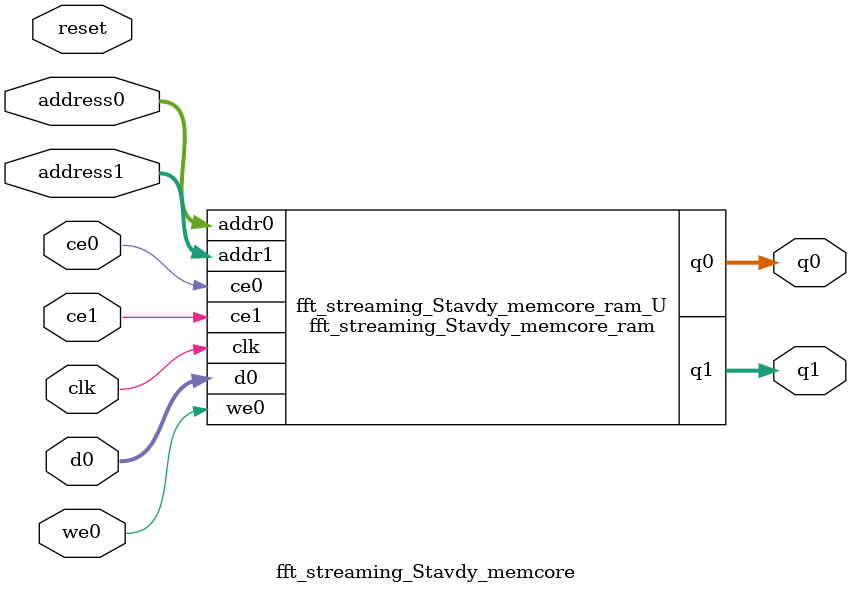
<source format=v>
`timescale 1 ns / 1 ps
module fft_streaming_Stavdy_memcore_ram (addr0, ce0, d0, we0, q0, addr1, ce1, q1,  clk);

parameter DWIDTH = 32;
parameter AWIDTH = 10;
parameter MEM_SIZE = 1024;

input[AWIDTH-1:0] addr0;
input ce0;
input[DWIDTH-1:0] d0;
input we0;
output reg[DWIDTH-1:0] q0;
input[AWIDTH-1:0] addr1;
input ce1;
output reg[DWIDTH-1:0] q1;
input clk;

(* ram_style = "block" *)reg [DWIDTH-1:0] ram[0:MEM_SIZE-1];




always @(posedge clk)  
begin 
    if (ce0) 
    begin
        if (we0) 
        begin 
            ram[addr0] <= d0; 
        end 
        q0 <= ram[addr0];
    end
end


always @(posedge clk)  
begin 
    if (ce1) 
    begin
        q1 <= ram[addr1];
    end
end


endmodule

`timescale 1 ns / 1 ps
module fft_streaming_Stavdy_memcore(
    reset,
    clk,
    address0,
    ce0,
    we0,
    d0,
    q0,
    address1,
    ce1,
    q1);

parameter DataWidth = 32'd32;
parameter AddressRange = 32'd1024;
parameter AddressWidth = 32'd10;
input reset;
input clk;
input[AddressWidth - 1:0] address0;
input ce0;
input we0;
input[DataWidth - 1:0] d0;
output[DataWidth - 1:0] q0;
input[AddressWidth - 1:0] address1;
input ce1;
output[DataWidth - 1:0] q1;



fft_streaming_Stavdy_memcore_ram fft_streaming_Stavdy_memcore_ram_U(
    .clk( clk ),
    .addr0( address0 ),
    .ce0( ce0 ),
    .we0( we0 ),
    .d0( d0 ),
    .q0( q0 ),
    .addr1( address1 ),
    .ce1( ce1 ),
    .q1( q1 ));

endmodule


</source>
